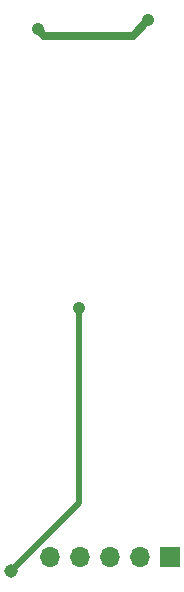
<source format=gbr>
G04 #@! TF.FileFunction,Copper,L2,Bot,Signal*
%FSLAX46Y46*%
G04 Gerber Fmt 4.6, Leading zero omitted, Abs format (unit mm)*
G04 Created by KiCad (PCBNEW 4.0.6) date Wed May  3 19:00:56 2017*
%MOMM*%
%LPD*%
G01*
G04 APERTURE LIST*
%ADD10C,0.050000*%
%ADD11R,1.700000X1.700000*%
%ADD12O,1.700000X1.700000*%
%ADD13C,1.041400*%
%ADD14C,1.066800*%
%ADD15C,1.143000*%
%ADD16C,0.635000*%
%ADD17C,0.508000*%
G04 APERTURE END LIST*
D10*
D11*
X108712000Y-138176000D03*
D12*
X106172000Y-138176000D03*
X103632000Y-138176000D03*
X101092000Y-138176000D03*
X98552000Y-138176000D03*
D13*
X106807000Y-92710000D03*
X97536000Y-93472000D03*
D14*
X101028500Y-117030500D03*
D15*
X95250000Y-139339000D03*
D16*
X105524301Y-93992699D02*
X106807000Y-92710000D01*
X97536000Y-93472000D02*
X98056699Y-93992699D01*
X98056699Y-93992699D02*
X105524301Y-93992699D01*
D17*
X101028500Y-117454764D02*
X101028500Y-117030500D01*
X101028500Y-133560500D02*
X101028500Y-117454764D01*
X95250000Y-139339000D02*
X101028500Y-133560500D01*
M02*

</source>
